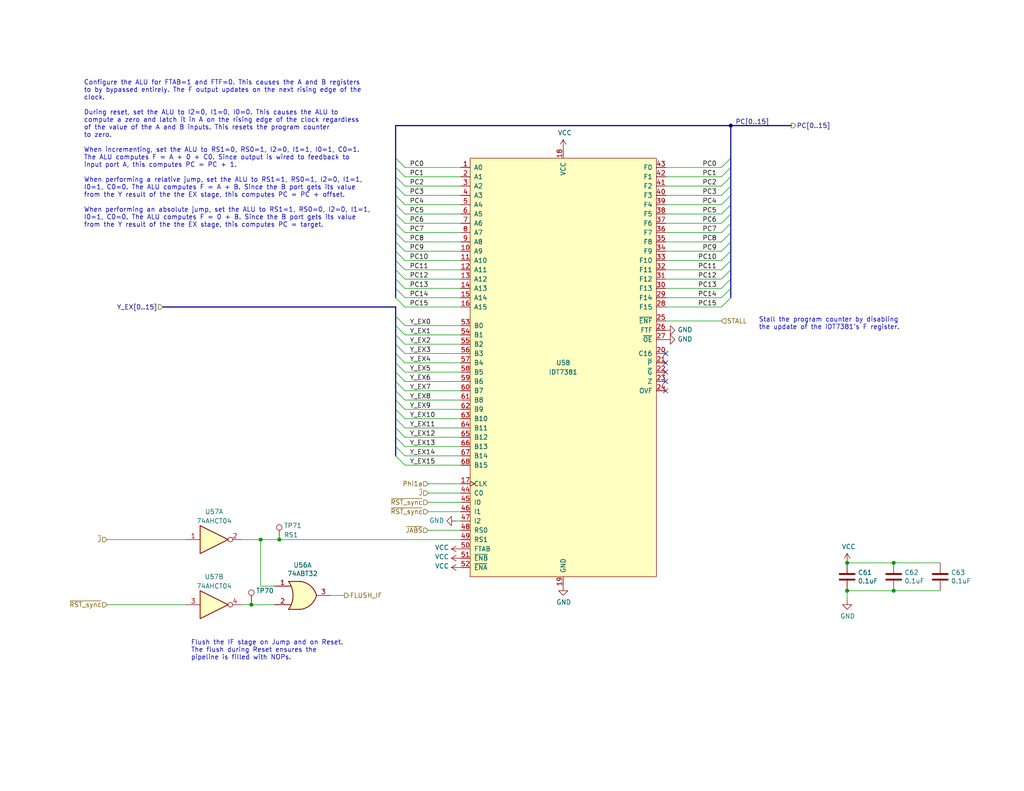
<source format=kicad_sch>
(kicad_sch (version 20230121) (generator eeschema)
  (paper "USLetter")
  (title_block (title "Program Counter") (date "2023-10-22") (rev "C") (comment 3 "sixteen-bit offset, or else reset to zero.") (comment 4 "Sixteen-bit program counter will either increment on the clock, add a specified"))
  (lib_symbols
    (symbol "74xx:74LS04"
      (property "Reference" "U" (at 0 1.27 0))
      (property "Value" "74LS04" (at 0 -1.27 0))
      (symbol "74LS04_1_0"
        (polyline (pts (xy -3.81 3.81) (xy -3.81 -3.81) (xy 3.81 0) (xy -3.81 3.81)) (stroke (width 0.254)) (fill (type background)))
        (pin input line (at -7.62 0 0) (length 3.81) (name "~") (number "1"))
        (pin output inverted (at 7.62 0 180) (length 3.81) (name "~") (number "2"))
      )
      (symbol "74LS04_2_0"
        (polyline (pts (xy -3.81 3.81) (xy -3.81 -3.81) (xy 3.81 0) (xy -3.81 3.81)) (stroke (width 0.254)) (fill (type background)))
        (pin input line (at -7.62 0 0) (length 3.81) (name "~") (number "3"))
        (pin output inverted (at 7.62 0 180) (length 3.81) (name "~") (number "4"))
      )
      (symbol "74LS04_3_0"
        (polyline (pts (xy -3.81 3.81) (xy -3.81 -3.81) (xy 3.81 0) (xy -3.81 3.81)) (stroke (width 0.254)) (fill (type background)))
        (pin input line (at -7.62 0 0) (length 3.81) (name "~") (number "5"))
        (pin output inverted (at 7.62 0 180) (length 3.81) (name "~") (number "6"))
      )
      (symbol "74LS04_4_0"
        (polyline (pts (xy -3.81 3.81) (xy -3.81 -3.81) (xy 3.81 0) (xy -3.81 3.81)) (stroke (width 0.254)) (fill (type background)))
        (pin output inverted (at 7.62 0 180) (length 3.81) (name "~") (number "8"))
        (pin input line (at -7.62 0 0) (length 3.81) (name "~") (number "9"))
      )
      (symbol "74LS04_5_0"
        (polyline (pts (xy -3.81 3.81) (xy -3.81 -3.81) (xy 3.81 0) (xy -3.81 3.81)) (stroke (width 0.254)) (fill (type background)))
        (pin output inverted (at 7.62 0 180) (length 3.81) (name "~") (number "10"))
        (pin input line (at -7.62 0 0) (length 3.81) (name "~") (number "11"))
      )
      (symbol "74LS04_6_0"
        (polyline (pts (xy -3.81 3.81) (xy -3.81 -3.81) (xy 3.81 0) (xy -3.81 3.81)) (stroke (width 0.254)) (fill (type background)))
        (pin output inverted (at 7.62 0 180) (length 3.81) (name "~") (number "12"))
        (pin input line (at -7.62 0 0) (length 3.81) (name "~") (number "13"))
      )
      (symbol "74LS04_7_0"
        (pin power_in line (at 0 12.7 270) (length 5.08) (name "VCC") (number "14"))
        (pin power_in line (at 0 -12.7 90) (length 5.08) (name "GND") (number "7"))
      )
      (symbol "74LS04_7_1"
        (rectangle (start -5.08 7.62) (end 5.08 -7.62) (stroke (width 0.254)) (fill (type background)))
      )
    )
    (symbol "74xx:74LS32" (pin_names (offset 1.016))
      (property "Reference" "U" (at 0 1.27 0))
      (property "Value" "74LS32" (at 0 -1.27 0))
      (symbol "74LS32_1_1"
        (arc (start -3.81 -3.81) (mid -2.589 0) (end -3.81 3.81) (stroke (width 0.254)))
        (arc (start -0.6096 -3.81) (mid 2.1842 -2.5851) (end 3.81 0) (stroke (width 0.254)) (fill (type background)))
        (polyline (pts (xy -3.81 -3.81) (xy -0.635 -3.81)) (stroke (width 0.254)) (fill (type background)))
        (polyline (pts (xy -3.81 3.81) (xy -0.635 3.81)) (stroke (width 0.254)) (fill (type background)))
        (polyline (pts (xy -0.635 3.81) (xy -3.81 3.81) (xy -3.81 3.81) (xy -3.556 3.4036) (xy -3.0226 2.2606) (xy -2.6924 1.0414) (xy -2.6162 -0.254) (xy -2.7686 -1.4986) (xy -3.175 -2.7178) (xy -3.81 -3.81) (xy -3.81 -3.81) (xy -0.635 -3.81)) (stroke (width -25.4)) (fill (type background)))
        (arc (start 3.81 0) (mid 2.1915 2.5936) (end -0.6096 3.81) (stroke (width 0.254)) (fill (type background)))
        (pin input line (at -7.62 2.54 0) (length 4.318) (name "~") (number "1"))
        (pin input line (at -7.62 -2.54 0) (length 4.318) (name "~") (number "2"))
        (pin output line (at 7.62 0 180) (length 3.81) (name "~") (number "3"))
      )
      (symbol "74LS32_1_2"
        (arc (start 0 -3.81) (mid 3.7934 0) (end 0 3.81) (stroke (width 0.254)) (fill (type background)))
        (polyline (pts (xy 0 3.81) (xy -3.81 3.81) (xy -3.81 -3.81) (xy 0 -3.81)) (stroke (width 0.254)) (fill (type background)))
        (pin input inverted (at -7.62 2.54 0) (length 3.81) (name "~") (number "1"))
        (pin input inverted (at -7.62 -2.54 0) (length 3.81) (name "~") (number "2"))
        (pin output inverted (at 7.62 0 180) (length 3.81) (name "~") (number "3"))
      )
      (symbol "74LS32_2_1"
        (arc (start -3.81 -3.81) (mid -2.589 0) (end -3.81 3.81) (stroke (width 0.254)))
        (arc (start -0.6096 -3.81) (mid 2.1842 -2.5851) (end 3.81 0) (stroke (width 0.254)) (fill (type background)))
        (polyline (pts (xy -3.81 -3.81) (xy -0.635 -3.81)) (stroke (width 0.254)) (fill (type background)))
        (polyline (pts (xy -3.81 3.81) (xy -0.635 3.81)) (stroke (width 0.254)) (fill (type background)))
        (polyline (pts (xy -0.635 3.81) (xy -3.81 3.81) (xy -3.81 3.81) (xy -3.556 3.4036) (xy -3.0226 2.2606) (xy -2.6924 1.0414) (xy -2.6162 -0.254) (xy -2.7686 -1.4986) (xy -3.175 -2.7178) (xy -3.81 -3.81) (xy -3.81 -3.81) (xy -0.635 -3.81)) (stroke (width -25.4)) (fill (type background)))
        (arc (start 3.81 0) (mid 2.1915 2.5936) (end -0.6096 3.81) (stroke (width 0.254)) (fill (type background)))
        (pin input line (at -7.62 2.54 0) (length 4.318) (name "~") (number "4"))
        (pin input line (at -7.62 -2.54 0) (length 4.318) (name "~") (number "5"))
        (pin output line (at 7.62 0 180) (length 3.81) (name "~") (number "6"))
      )
      (symbol "74LS32_2_2"
        (arc (start 0 -3.81) (mid 3.7934 0) (end 0 3.81) (stroke (width 0.254)) (fill (type background)))
        (polyline (pts (xy 0 3.81) (xy -3.81 3.81) (xy -3.81 -3.81) (xy 0 -3.81)) (stroke (width 0.254)) (fill (type background)))
        (pin input inverted (at -7.62 2.54 0) (length 3.81) (name "~") (number "4"))
        (pin input inverted (at -7.62 -2.54 0) (length 3.81) (name "~") (number "5"))
        (pin output inverted (at 7.62 0 180) (length 3.81) (name "~") (number "6"))
      )
      (symbol "74LS32_3_1"
        (arc (start -3.81 -3.81) (mid -2.589 0) (end -3.81 3.81) (stroke (width 0.254)))
        (arc (start -0.6096 -3.81) (mid 2.1842 -2.5851) (end 3.81 0) (stroke (width 0.254)) (fill (type background)))
        (polyline (pts (xy -3.81 -3.81) (xy -0.635 -3.81)) (stroke (width 0.254)) (fill (type background)))
        (polyline (pts (xy -3.81 3.81) (xy -0.635 3.81)) (stroke (width 0.254)) (fill (type background)))
        (polyline (pts (xy -0.635 3.81) (xy -3.81 3.81) (xy -3.81 3.81) (xy -3.556 3.4036) (xy -3.0226 2.2606) (xy -2.6924 1.0414) (xy -2.6162 -0.254) (xy -2.7686 -1.4986) (xy -3.175 -2.7178) (xy -3.81 -3.81) (xy -3.81 -3.81) (xy -0.635 -3.81)) (stroke (width -25.4)) (fill (type background)))
        (arc (start 3.81 0) (mid 2.1915 2.5936) (end -0.6096 3.81) (stroke (width 0.254)) (fill (type background)))
        (pin input line (at -7.62 -2.54 0) (length 4.318) (name "~") (number "10"))
        (pin output line (at 7.62 0 180) (length 3.81) (name "~") (number "8"))
        (pin input line (at -7.62 2.54 0) (length 4.318) (name "~") (number "9"))
      )
      (symbol "74LS32_3_2"
        (arc (start 0 -3.81) (mid 3.7934 0) (end 0 3.81) (stroke (width 0.254)) (fill (type background)))
        (polyline (pts (xy 0 3.81) (xy -3.81 3.81) (xy -3.81 -3.81) (xy 0 -3.81)) (stroke (width 0.254)) (fill (type background)))
        (pin input inverted (at -7.62 -2.54 0) (length 3.81) (name "~") (number "10"))
        (pin output inverted (at 7.62 0 180) (length 3.81) (name "~") (number "8"))
        (pin input inverted (at -7.62 2.54 0) (length 3.81) (name "~") (number "9"))
      )
      (symbol "74LS32_4_1"
        (arc (start -3.81 -3.81) (mid -2.589 0) (end -3.81 3.81) (stroke (width 0.254)))
        (arc (start -0.6096 -3.81) (mid 2.1842 -2.5851) (end 3.81 0) (stroke (width 0.254)) (fill (type background)))
        (polyline (pts (xy -3.81 -3.81) (xy -0.635 -3.81)) (stroke (width 0.254)) (fill (type background)))
        (polyline (pts (xy -3.81 3.81) (xy -0.635 3.81)) (stroke (width 0.254)) (fill (type background)))
        (polyline (pts (xy -0.635 3.81) (xy -3.81 3.81) (xy -3.81 3.81) (xy -3.556 3.4036) (xy -3.0226 2.2606) (xy -2.6924 1.0414) (xy -2.6162 -0.254) (xy -2.7686 -1.4986) (xy -3.175 -2.7178) (xy -3.81 -3.81) (xy -3.81 -3.81) (xy -0.635 -3.81)) (stroke (width -25.4)) (fill (type background)))
        (arc (start 3.81 0) (mid 2.1915 2.5936) (end -0.6096 3.81) (stroke (width 0.254)) (fill (type background)))
        (pin output line (at 7.62 0 180) (length 3.81) (name "~") (number "11"))
        (pin input line (at -7.62 2.54 0) (length 4.318) (name "~") (number "12"))
        (pin input line (at -7.62 -2.54 0) (length 4.318) (name "~") (number "13"))
      )
      (symbol "74LS32_4_2"
        (arc (start 0 -3.81) (mid 3.7934 0) (end 0 3.81) (stroke (width 0.254)) (fill (type background)))
        (polyline (pts (xy 0 3.81) (xy -3.81 3.81) (xy -3.81 -3.81) (xy 0 -3.81)) (stroke (width 0.254)) (fill (type background)))
        (pin output inverted (at 7.62 0 180) (length 3.81) (name "~") (number "11"))
        (pin input inverted (at -7.62 2.54 0) (length 3.81) (name "~") (number "12"))
        (pin input inverted (at -7.62 -2.54 0) (length 3.81) (name "~") (number "13"))
      )
      (symbol "74LS32_5_0"
        (pin power_in line (at 0 12.7 270) (length 5.08) (name "VCC") (number "14"))
        (pin power_in line (at 0 -12.7 90) (length 5.08) (name "GND") (number "7"))
      )
      (symbol "74LS32_5_1"
        (rectangle (start -5.08 7.62) (end 5.08 -7.62) (stroke (width 0.254)) (fill (type background)))
      )
    )
    (symbol "Connector:TestPoint" (pin_numbers hide) (pin_names (offset 0.762) hide)
      (property "Reference" "TP" (at 0 6.858 0))
      (property "Value" "TestPoint" (at 0 5.08 0))
      (symbol "TestPoint_0_1"
        (circle (center 0 3.302) (radius 0.762))
      )
      (symbol "TestPoint_1_1"
        (pin passive line (at 0 0 90) (length 2.54) (name "1") (number "1"))
      )
    )
    (symbol "Device:C" (pin_numbers hide) (pin_names (offset 0.254))
      (property "Reference" "C" (at 0.635 2.54 0))
      (property "Value" "C" (at 0.635 -2.54 0))
      (symbol "C_0_1"
        (polyline (pts (xy -2.032 -0.762) (xy 2.032 -0.762)) (stroke (width 0.508)))
        (polyline (pts (xy -2.032 0.762) (xy 2.032 0.762)) (stroke (width 0.508)))
      )
      (symbol "C_1_1"
        (pin passive line (at 0 3.81 270) (length 2.794) (name "~") (number "1"))
        (pin passive line (at 0 -3.81 90) (length 2.794) (name "~") (number "2"))
      )
    )
    (symbol "PCIFModule-rescue:IDT7381-CPU" (pin_names (offset 1.016))
      (property "Reference" "U" (at 1.27 2.54 0))
      (property "Value" "IDT7381-CPU" (at 1.27 0 0))
      (symbol "IDT7381-CPU_0_1"
        (rectangle (start -25.4 57.15) (end 25.4 -57.15) (fill (type background)))
      )
      (symbol "IDT7381-CPU_1_1"
        (pin input line (at -27.94 54.61 0) (length 2.54) (name "A0") (number "1"))
        (pin input line (at -27.94 31.75 0) (length 2.54) (name "A9") (number "10"))
        (pin input line (at -27.94 29.21 0) (length 2.54) (name "A10") (number "11"))
        (pin input line (at -27.94 26.67 0) (length 2.54) (name "A11") (number "12"))
        (pin input line (at -27.94 24.13 0) (length 2.54) (name "A12") (number "13"))
        (pin input line (at -27.94 21.59 0) (length 2.54) (name "A13") (number "14"))
        (pin input line (at -27.94 19.05 0) (length 2.54) (name "A14") (number "15"))
        (pin input line (at -27.94 16.51 0) (length 2.54) (name "A15") (number "16"))
        (pin input clock (at -27.94 -31.75 0) (length 2.54) (name "CLK") (number "17"))
        (pin power_in line (at 0 59.69 270) (length 2.54) (name "VCC") (number "18"))
        (pin power_in line (at 0 -59.69 90) (length 2.54) (name "GND") (number "19"))
        (pin input line (at -27.94 52.07 0) (length 2.54) (name "A1") (number "2"))
        (pin output line (at 27.94 3.81 180) (length 2.54) (name "C16") (number "20"))
        (pin output line (at 27.94 1.27 180) (length 2.54) (name "~{P}") (number "21"))
        (pin output line (at 27.94 -1.27 180) (length 2.54) (name "~{G}") (number "22"))
        (pin output line (at 27.94 -3.81 180) (length 2.54) (name "Z") (number "23"))
        (pin output line (at 27.94 -6.35 180) (length 2.54) (name "OVF") (number "24"))
        (pin input line (at 27.94 12.7 180) (length 2.54) (name "~{ENF}") (number "25"))
        (pin input line (at 27.94 10.16 180) (length 2.54) (name "FTF") (number "26"))
        (pin input line (at 27.94 7.62 180) (length 2.54) (name "~{OE}") (number "27"))
        (pin tri_state line (at 27.94 16.51 180) (length 2.54) (name "F15") (number "28"))
        (pin tri_state line (at 27.94 19.05 180) (length 2.54) (name "F14") (number "29"))
        (pin input line (at -27.94 49.53 0) (length 2.54) (name "A2") (number "3"))
        (pin tri_state line (at 27.94 21.59 180) (length 2.54) (name "F13") (number "30"))
        (pin tri_state line (at 27.94 24.13 180) (length 2.54) (name "F12") (number "31"))
        (pin tri_state line (at 27.94 26.67 180) (length 2.54) (name "F11") (number "32"))
        (pin tri_state line (at 27.94 29.21 180) (length 2.54) (name "F10") (number "33"))
        (pin tri_state line (at 27.94 31.75 180) (length 2.54) (name "F9") (number "34"))
        (pin tri_state line (at 27.94 34.29 180) (length 2.54) (name "F8") (number "35"))
        (pin tri_state line (at 27.94 36.83 180) (length 2.54) (name "F7") (number "36"))
        (pin tri_state line (at 27.94 39.37 180) (length 2.54) (name "F6") (number "37"))
        (pin tri_state line (at 27.94 41.91 180) (length 2.54) (name "F5") (number "38"))
        (pin tri_state line (at 27.94 44.45 180) (length 2.54) (name "F4") (number "39"))
        (pin input line (at -27.94 46.99 0) (length 2.54) (name "A3") (number "4"))
        (pin tri_state line (at 27.94 46.99 180) (length 2.54) (name "F3") (number "40"))
        (pin tri_state line (at 27.94 49.53 180) (length 2.54) (name "F2") (number "41"))
        (pin tri_state line (at 27.94 52.07 180) (length 2.54) (name "F1") (number "42"))
        (pin tri_state line (at 27.94 54.61 180) (length 2.54) (name "F0") (number "43"))
        (pin input line (at -27.94 -34.29 0) (length 2.54) (name "C0") (number "44"))
        (pin input line (at -27.94 -36.83 0) (length 2.54) (name "I0") (number "45"))
        (pin input line (at -27.94 -39.37 0) (length 2.54) (name "I1") (number "46"))
        (pin input line (at -27.94 -41.91 0) (length 2.54) (name "I2") (number "47"))
        (pin input line (at -27.94 -44.45 0) (length 2.54) (name "RS0") (number "48"))
        (pin input line (at -27.94 -46.99 0) (length 2.54) (name "RS1") (number "49"))
        (pin input line (at -27.94 44.45 0) (length 2.54) (name "A4") (number "5"))
        (pin input line (at -27.94 -49.53 0) (length 2.54) (name "FTAB") (number "50"))
        (pin input line (at -27.94 -52.07 0) (length 2.54) (name "~{ENB}") (number "51"))
        (pin input line (at -27.94 -54.61 0) (length 2.54) (name "~{ENA}") (number "52"))
        (pin input line (at -27.94 11.43 0) (length 2.54) (name "B0") (number "53"))
        (pin input line (at -27.94 8.89 0) (length 2.54) (name "B1") (number "54"))
        (pin input line (at -27.94 6.35 0) (length 2.54) (name "B2") (number "55"))
        (pin input line (at -27.94 3.81 0) (length 2.54) (name "B3") (number "56"))
        (pin input line (at -27.94 1.27 0) (length 2.54) (name "B4") (number "57"))
        (pin input line (at -27.94 -1.27 0) (length 2.54) (name "B5") (number "58"))
        (pin input line (at -27.94 -3.81 0) (length 2.54) (name "B6") (number "59"))
        (pin input line (at -27.94 41.91 0) (length 2.54) (name "A5") (number "6"))
        (pin input line (at -27.94 -6.35 0) (length 2.54) (name "B7") (number "60"))
        (pin input line (at -27.94 -8.89 0) (length 2.54) (name "B8") (number "61"))
        (pin input line (at -27.94 -11.43 0) (length 2.54) (name "B9") (number "62"))
        (pin input line (at -27.94 -13.97 0) (length 2.54) (name "B10") (number "63"))
        (pin input line (at -27.94 -16.51 0) (length 2.54) (name "B11") (number "64"))
        (pin input line (at -27.94 -19.05 0) (length 2.54) (name "B12") (number "65"))
        (pin input line (at -27.94 -21.59 0) (length 2.54) (name "B13") (number "66"))
        (pin input line (at -27.94 -24.13 0) (length 2.54) (name "B14") (number "67"))
        (pin input line (at -27.94 -26.67 0) (length 2.54) (name "B15") (number "68"))
        (pin input line (at -27.94 39.37 0) (length 2.54) (name "A6") (number "7"))
        (pin input line (at -27.94 36.83 0) (length 2.54) (name "A7") (number "8"))
        (pin input line (at -27.94 34.29 0) (length 2.54) (name "A8") (number "9"))
      )
    )
    (symbol "power:GND" (power) (pin_names (offset 0))
      (property "Value" "GND" (at 0 -3.81 0))
      (symbol "GND_0_1"
        (polyline (pts (xy 0 0) (xy 0 -1.27) (xy 1.27 -1.27) (xy 0 -2.54) (xy -1.27 -1.27) (xy 0 -1.27)))
      )
      (symbol "GND_1_1"
        (pin power_in line (at 0 0 270) (length 0) hide (name "GND") (number "1"))
      )
    )
    (symbol "power:VCC" (power) (pin_names (offset 0))
      (property "Value" "VCC" (at 0 3.81 0))
      (symbol "VCC_0_1"
        (polyline (pts (xy -0.762 1.27) (xy 0 2.54)))
        (polyline (pts (xy 0 0) (xy 0 2.54)))
        (polyline (pts (xy 0 2.54) (xy 0.762 1.27)))
      )
      (symbol "VCC_1_1"
        (pin power_in line (at 0 0 90) (length 0) hide (name "VCC") (number "1"))
      )
    )
  )
  (junction (at -53.34 147.32))
  (junction (at -29.21 157.48))
  (junction (at 231.14 161.29))
  (junction (at -53.34 152.4))
  (junction (at -53.34 133.35))
  (junction (at -53.34 162.56))
  (junction (at -53.34 167.64))
  (junction (at -29.21 143.51))
  (junction (at 243.84 161.29))
  (junction (at -29.21 129.54))
  (junction (at 199.39 34.29))
  (junction (at 231.14 153.67))
  (junction (at -29.21 171.45))
  (junction (at 71.12 147.32))
  (junction (at 76.2 147.32))
  (junction (at 243.84 153.67))
  (junction (at 68.58 165.1))
  (junction (at -53.34 138.43))
  (no_connect (at -13.97 129.54))
  (no_connect (at 181.61 104.14))
  (no_connect (at -13.97 143.51))
  (no_connect (at 181.61 101.6))
  (no_connect (at -35.56 165.1))
  (no_connect (at 181.61 106.68))
  (no_connect (at -35.56 135.89))
  (no_connect (at -13.97 157.48))
  (no_connect (at -35.56 149.86))
  (no_connect (at 181.61 96.52))
  (no_connect (at 181.61 99.06))
  (no_connect (at -13.97 171.45))
  (bus_entry (at 110.49 53.34) (size -2.54 -2.54))
  (bus_entry (at 110.49 91.44) (size -2.54 -2.54))
  (bus_entry (at 110.49 48.26) (size -2.54 -2.54))
  (bus_entry (at 110.49 76.2) (size -2.54 -2.54))
  (bus_entry (at 110.49 63.5) (size -2.54 -2.54))
  (bus_entry (at 110.49 73.66) (size -2.54 -2.54))
  (bus_entry (at 196.85 48.26) (size 2.54 -2.54))
  (bus_entry (at 110.49 99.06) (size -2.54 -2.54))
  (bus_entry (at 196.85 55.88) (size 2.54 -2.54))
  (bus_entry (at 196.85 73.66) (size 2.54 -2.54))
  (bus_entry (at 110.49 66.04) (size -2.54 -2.54))
  (bus_entry (at 110.49 96.52) (size -2.54 -2.54))
  (bus_entry (at 196.85 76.2) (size 2.54 -2.54))
  (bus_entry (at 110.49 55.88) (size -2.54 -2.54))
  (bus_entry (at 110.49 60.96) (size -2.54 -2.54))
  (bus_entry (at 196.85 71.12) (size 2.54 -2.54))
  (bus_entry (at 110.49 101.6) (size -2.54 -2.54))
  (bus_entry (at 110.49 119.38) (size -2.54 -2.54))
  (bus_entry (at 110.49 71.12) (size -2.54 -2.54))
  (bus_entry (at 110.49 114.3) (size -2.54 -2.54))
  (bus_entry (at 110.49 88.9) (size -2.54 -2.54))
  (bus_entry (at 196.85 81.28) (size 2.54 -2.54))
  (bus_entry (at 196.85 66.04) (size 2.54 -2.54))
  (bus_entry (at 196.85 68.58) (size 2.54 -2.54))
  (bus_entry (at 110.49 81.28) (size -2.54 -2.54))
  (bus_entry (at 110.49 127) (size -2.54 -2.54))
  (bus_entry (at 196.85 83.82) (size 2.54 -2.54))
  (bus_entry (at 110.49 45.72) (size -2.54 -2.54))
  (bus_entry (at 196.85 63.5) (size 2.54 -2.54))
  (bus_entry (at 110.49 83.82) (size -2.54 -2.54))
  (bus_entry (at 110.49 121.92) (size -2.54 -2.54))
  (bus_entry (at 110.49 78.74) (size -2.54 -2.54))
  (bus_entry (at 110.49 109.22) (size -2.54 -2.54))
  (bus_entry (at 196.85 50.8) (size 2.54 -2.54))
  (bus_entry (at 196.85 45.72) (size 2.54 -2.54))
  (bus_entry (at 110.49 111.76) (size -2.54 -2.54))
  (bus_entry (at 110.49 50.8) (size -2.54 -2.54))
  (bus_entry (at 110.49 124.46) (size -2.54 -2.54))
  (bus_entry (at 110.49 93.98) (size -2.54 -2.54))
  (bus_entry (at 196.85 53.34) (size 2.54 -2.54))
  (bus_entry (at 110.49 58.42) (size -2.54 -2.54))
  (bus_entry (at 196.85 60.96) (size 2.54 -2.54))
  (bus_entry (at 110.49 106.68) (size -2.54 -2.54))
  (bus_entry (at 110.49 68.58) (size -2.54 -2.54))
  (bus_entry (at 196.85 58.42) (size 2.54 -2.54))
  (bus_entry (at 196.85 78.74) (size 2.54 -2.54))
  (bus_entry (at 110.49 116.84) (size -2.54 -2.54))
  (bus_entry (at 110.49 104.14) (size -2.54 -2.54))
  (wire (pts (xy -53.34 118.11) (xy -53.34 133.35)))
  (wire (pts (xy 256.54 161.29) (xy 243.84 161.29)))
  (wire (pts (xy 68.58 165.1) (xy 74.93 165.1)))
  (wire (pts (xy 71.12 160.02) (xy 71.12 147.32)))
  (wire (pts (xy 110.49 58.42) (xy 125.73 58.42)))
  (bus (pts (xy 107.95 63.5) (xy 107.95 66.04)))
  (bus (pts (xy 107.95 119.38) (xy 107.95 121.92)))
  (bus (pts (xy 199.39 58.42) (xy 199.39 60.96)))
  (wire (pts (xy 110.49 106.68) (xy 125.73 106.68)))
  (wire (pts (xy 110.49 78.74) (xy 125.73 78.74)))
  (wire (pts (xy 110.49 114.3) (xy 125.73 114.3)))
  (wire (pts (xy 196.85 78.74) (xy 181.61 78.74)))
  (bus (pts (xy 107.95 104.14) (xy 107.95 106.68)))
  (bus (pts (xy 199.39 50.8) (xy 199.39 53.34)))
  (wire (pts (xy 66.04 147.32) (xy 71.12 147.32)))
  (wire (pts (xy -50.8 133.35) (xy -53.34 133.35)))
  (wire (pts (xy -50.8 138.43) (xy -53.34 138.43)))
  (bus (pts (xy 107.95 116.84) (xy 107.95 119.38)))
  (wire (pts (xy 196.85 73.66) (xy 181.61 73.66)))
  (wire (pts (xy 110.49 93.98) (xy 125.73 93.98)))
  (bus (pts (xy 199.39 34.29) (xy 199.39 43.18)))
  (bus (pts (xy 107.95 109.22) (xy 107.95 111.76)))
  (wire (pts (xy 110.49 91.44) (xy 125.73 91.44)))
  (wire (pts (xy 116.84 139.7) (xy 125.73 139.7)))
  (wire (pts (xy 196.85 83.82) (xy 181.61 83.82)))
  (wire (pts (xy -29.21 199.39) (xy -29.21 200.66)))
  (wire (pts (xy 196.85 76.2) (xy 181.61 76.2)))
  (bus (pts (xy 107.95 99.06) (xy 107.95 101.6)))
  (bus (pts (xy 107.95 43.18) (xy 107.95 45.72)))
  (wire (pts (xy -53.34 162.56) (xy -53.34 167.64)))
  (bus (pts (xy 107.95 83.82) (xy 44.45 83.82)))
  (wire (pts (xy -53.34 138.43) (xy -53.34 147.32)))
  (bus (pts (xy 107.95 73.66) (xy 107.95 76.2)))
  (bus (pts (xy 107.95 121.92) (xy 107.95 124.46)))
  (bus (pts (xy 107.95 88.9) (xy 107.95 91.44)))
  (bus (pts (xy 199.39 68.58) (xy 199.39 71.12)))
  (bus (pts (xy 199.39 73.66) (xy 199.39 76.2)))
  (wire (pts (xy 110.49 109.22) (xy 125.73 109.22)))
  (wire (pts (xy 110.49 88.9) (xy 125.73 88.9)))
  (wire (pts (xy -29.21 143.51) (xy -29.21 157.48)))
  (bus (pts (xy 107.95 93.98) (xy 107.95 96.52)))
  (bus (pts (xy 107.95 86.36) (xy 107.95 88.9)))
  (wire (pts (xy 71.12 147.32) (xy 76.2 147.32)))
  (wire (pts (xy 29.21 165.1) (xy 50.8 165.1)))
  (bus (pts (xy 107.95 58.42) (xy 107.95 60.96)))
  (wire (pts (xy 110.49 73.66) (xy 125.73 73.66)))
  (bus (pts (xy 107.95 55.88) (xy 107.95 58.42)))
  (bus (pts (xy 199.39 53.34) (xy 199.39 55.88)))
  (wire (pts (xy 196.85 53.34) (xy 181.61 53.34)))
  (bus (pts (xy 107.95 96.52) (xy 107.95 99.06)))
  (wire (pts (xy 110.49 83.82) (xy 125.73 83.82)))
  (bus (pts (xy 199.39 43.18) (xy 199.39 45.72)))
  (wire (pts (xy 231.14 163.83) (xy 231.14 161.29)))
  (bus (pts (xy 199.39 66.04) (xy 199.39 68.58)))
  (wire (pts (xy 196.85 45.72) (xy 181.61 45.72)))
  (wire (pts (xy 196.85 48.26) (xy 181.61 48.26)))
  (bus (pts (xy 199.39 60.96) (xy 199.39 63.5)))
  (bus (pts (xy 107.95 83.82) (xy 107.95 86.36)))
  (wire (pts (xy 196.85 63.5) (xy 181.61 63.5)))
  (wire (pts (xy -50.8 162.56) (xy -53.34 162.56)))
  (wire (pts (xy 110.49 45.72) (xy 125.73 45.72)))
  (bus (pts (xy 107.95 106.68) (xy 107.95 109.22)))
  (bus (pts (xy 107.95 111.76) (xy 107.95 114.3)))
  (bus (pts (xy 107.95 76.2) (xy 107.95 78.74)))
  (bus (pts (xy 107.95 91.44) (xy 107.95 93.98)))
  (bus (pts (xy 107.95 78.74) (xy 107.95 81.28)))
  (wire (pts (xy 110.49 50.8) (xy 125.73 50.8)))
  (bus (pts (xy 199.39 71.12) (xy 199.39 73.66)))
  (wire (pts (xy -50.8 152.4) (xy -53.34 152.4)))
  (wire (pts (xy 116.84 144.78) (xy 125.73 144.78)))
  (bus (pts (xy 107.95 34.29) (xy 107.95 43.18)))
  (wire (pts (xy 116.84 137.16) (xy 125.73 137.16)))
  (wire (pts (xy 110.49 53.34) (xy 125.73 53.34)))
  (wire (pts (xy 110.49 99.06) (xy 125.73 99.06)))
  (bus (pts (xy 199.39 48.26) (xy 199.39 50.8)))
  (wire (pts (xy 231.14 153.67) (xy 243.84 153.67)))
  (wire (pts (xy 110.49 104.14) (xy 125.73 104.14)))
  (bus (pts (xy 107.95 34.29) (xy 199.39 34.29)))
  (bus (pts (xy 199.39 55.88) (xy 199.39 58.42)))
  (wire (pts (xy 110.49 60.96) (xy 125.73 60.96)))
  (bus (pts (xy 107.95 48.26) (xy 107.95 50.8)))
  (bus (pts (xy 107.95 101.6) (xy 107.95 104.14)))
  (wire (pts (xy 110.49 116.84) (xy 125.73 116.84)))
  (wire (pts (xy -50.8 147.32) (xy -53.34 147.32)))
  (bus (pts (xy 107.95 66.04) (xy 107.95 68.58)))
  (wire (pts (xy -29.21 129.54) (xy -29.21 143.51)))
  (wire (pts (xy 110.49 96.52) (xy 125.73 96.52)))
  (wire (pts (xy -53.34 152.4) (xy -53.34 162.56)))
  (bus (pts (xy 107.95 45.72) (xy 107.95 48.26)))
  (bus (pts (xy 107.95 71.12) (xy 107.95 73.66)))
  (wire (pts (xy 110.49 71.12) (xy 125.73 71.12)))
  (wire (pts (xy 110.49 124.46) (xy 125.73 124.46)))
  (wire (pts (xy 66.04 165.1) (xy 68.58 165.1)))
  (bus (pts (xy 199.39 63.5) (xy 199.39 66.04)))
  (wire (pts (xy 196.85 60.96) (xy 181.61 60.96)))
  (wire (pts (xy 110.49 81.28) (xy 125.73 81.28)))
  (bus (pts (xy 199.39 76.2) (xy 199.39 78.74)))
  (wire (pts (xy 243.84 161.29) (xy 231.14 161.29)))
  (wire (pts (xy 196.85 68.58) (xy 181.61 68.58)))
  (bus (pts (xy 199.39 45.72) (xy 199.39 48.26)))
  (bus (pts (xy 107.95 60.96) (xy 107.95 63.5)))
  (bus (pts (xy 199.39 78.74) (xy 199.39 81.28)))
  (wire (pts (xy 110.49 121.92) (xy 125.73 121.92)))
  (wire (pts (xy 110.49 111.76) (xy 125.73 111.76)))
  (wire (pts (xy 196.85 81.28) (xy 181.61 81.28)))
  (bus (pts (xy 107.95 114.3) (xy 107.95 116.84)))
  (wire (pts (xy -29.21 157.48) (xy -29.21 171.45)))
  (wire (pts (xy 110.49 66.04) (xy 125.73 66.04)))
  (wire (pts (xy 93.98 162.56) (xy 90.17 162.56)))
  (wire (pts (xy 243.84 153.67) (xy 256.54 153.67)))
  (wire (pts (xy 196.85 50.8) (xy 181.61 50.8)))
  (wire (pts (xy 110.49 48.26) (xy 125.73 48.26)))
  (wire (pts (xy 110.49 76.2) (xy 125.73 76.2)))
  (wire (pts (xy 110.49 68.58) (xy 125.73 68.58)))
  (wire (pts (xy 181.61 87.63) (xy 196.85 87.63)))
  (wire (pts (xy -29.21 171.45) (xy -29.21 173.99)))
  (bus (pts (xy 107.95 68.58) (xy 107.95 71.12)))
  (wire (pts (xy -53.34 167.64) (xy -53.34 173.99)))
  (wire (pts (xy 110.49 119.38) (xy 125.73 119.38)))
  (bus (pts (xy 107.95 53.34) (xy 107.95 55.88)))
  (wire (pts (xy -53.34 147.32) (xy -53.34 152.4)))
  (bus (pts (xy 107.95 50.8) (xy 107.95 53.34)))
  (wire (pts (xy 196.85 71.12) (xy 181.61 71.12)))
  (wire (pts (xy 116.84 134.62) (xy 125.73 134.62)))
  (wire (pts (xy -29.21 118.11) (xy -29.21 129.54)))
  (wire (pts (xy 29.21 147.32) (xy 50.8 147.32)))
  (wire (pts (xy 110.49 101.6) (xy 125.73 101.6)))
  (wire (pts (xy 196.85 55.88) (xy 181.61 55.88)))
  (wire (pts (xy 76.2 147.32) (xy 125.73 147.32)))
  (bus (pts (xy 215.9 34.29) (xy 199.39 34.29)))
  (wire (pts (xy 125.73 142.24) (xy 124.46 142.24)))
  (wire (pts (xy 74.93 160.02) (xy 71.12 160.02)))
  (wire (pts (xy 116.84 132.08) (xy 125.73 132.08)))
  (wire (pts (xy -53.34 133.35) (xy -53.34 138.43)))
  (wire (pts (xy 110.49 127) (xy 125.73 127)))
  (wire (pts (xy -50.8 167.64) (xy -53.34 167.64)))
  (wire (pts (xy 110.49 55.88) (xy 125.73 55.88)))
  (wire (pts (xy 196.85 66.04) (xy 181.61 66.04)))
  (wire (pts (xy 110.49 63.5) (xy 125.73 63.5)))
  (wire (pts (xy 196.85 58.42) (xy 181.61 58.42)))
  (text "Stall the program counter by disabling\nthe update of the IDT7381’s F register." (at 207.01 90.17 0) (effects (font (size 1.27 1.27)) (justify left bottom)))
  (text "Flush the IF stage on Jump and on Reset.\nThe flush during Reset ensures the\npipeline is filled with NOPs." (at 52.07 180.34 0) (effects (font (size 1.27 1.27)) (justify left bottom)))
  (text "Configure the ALU for FTAB=1 and FTF=0. This causes the A and B registers\nto by bypassed entirely. The F output updates on the next rising edge of the\nclock.\n\nDuring reset, set the ALU to I2=0, I1=0, I0=0. This causes the ALU to\ncompute a zero and latch it in A on the rising edge of the clock regardless\nof the value of the A and B inputs. This resets the program counter\nto zero.\n\nWhen incrementing, set the ALU to RS1=0, RS0=1, I2=0, I1=1, I0=1, C0=1.\nThe ALU computes F = A + 0 + C0. Since output is wired to feedback to\ninput port A, this computes PC = PC + 1.\n\nWhen performing a relative jump, set the ALU to RS1=1, RS0=1, I2=0, I1=1,\nI0=1, C0=0. The ALU computes F = A + B. Since the B port gets its value\nfrom the Y result of the the EX stage, this computes PC = PC + offset.\n\nWhen performing an absolute jump, set the ALU to RS1=1, RS0=0, I2=0, I1=1,\nI0=1, C0=0. The ALU computes F = 0 + B. Since the B port gets its value\nfrom the Y result of the the EX stage, this computes PC = target." (at 22.86 62.23 0) (effects (font (size 1.27 1.27)) (justify left bottom)))
  (label "PC8" (at 111.76 66.04 0))
  (label "PC11" (at 111.76 73.66 0))
  (label "Y_EX9" (at 111.76 111.76 0))
  (label "PC3" (at 111.76 53.34 0))
  (label "Y_EX1" (at 111.76 91.44 0))
  (label "PC13" (at 111.76 78.74 0))
  (label "PC4" (at 111.76 55.88 0))
  (label "PC2" (at 195.58 50.8 180))
  (label "Y_EX6" (at 111.76 104.14 0))
  (label "Y_EX14" (at 111.76 124.46 0))
  (label "Y_EX13" (at 111.76 121.92 0))
  (label "PC9" (at 195.58 68.58 180))
  (label "Y_EX0" (at 111.76 88.9 0))
  (label "PC15" (at 195.58 83.82 180))
  (label "PC15" (at 111.76 83.82 0))
  (label "PC0" (at 111.76 45.72 0))
  (label "Y_EX3" (at 111.76 96.52 0))
  (label "PC5" (at 195.58 58.42 180))
  (label "PC11" (at 195.58 73.66 180))
  (label "Y_EX11" (at 111.76 116.84 0))
  (label "PC10" (at 195.58 71.12 180))
  (label "Y_EX7" (at 111.76 106.68 0))
  (label "Y_EX5" (at 111.76 101.6 0))
  (label "PC14" (at 111.76 81.28 0))
  (label "Y_EX2" (at 111.76 93.98 0))
  (label "PC12" (at 195.58 76.2 180))
  (label "PC10" (at 111.76 71.12 0))
  (label "PC8" (at 195.58 66.04 180))
  (label "PC6" (at 111.76 60.96 0))
  (label "PC6" (at 195.58 60.96 180))
  (label "PC2" (at 111.76 50.8 0))
  (label "PC9" (at 111.76 68.58 0))
  (label "PC4" (at 195.58 55.88 180))
  (label "Y_EX4" (at 111.76 99.06 0))
  (label "PC13" (at 195.58 78.74 180))
  (label "PC0" (at 195.58 45.72 180))
  (label "PC1" (at 195.58 48.26 180))
  (label "PC14" (at 195.58 81.28 180))
  (label "Y_EX12" (at 111.76 119.38 0))
  (label "Y_EX15" (at 111.76 127 0))
  (label "Y_EX10" (at 111.76 114.3 0))
  (label "PC7" (at 195.58 63.5 180))
  (label "PC3" (at 195.58 53.34 180))
  (label "PC5" (at 111.76 58.42 0))
  (label "PC[0..15]" (at 200.66 34.29 0))
  (label "PC7" (at 111.76 63.5 0))
  (label "Y_EX8" (at 111.76 109.22 0))
  (label "PC12" (at 111.76 76.2 0))
  (label "PC1" (at 111.76 48.26 0))
  (hierarchical_label "STALL" (shape input) (at 196.85 87.63 0))
  (hierarchical_label "~{JABS}" (shape input) (at 116.84 144.78 180))
  (hierarchical_label "PC[0..15]" (shape output) (at 215.9 34.29 0))
  (hierarchical_label "Phi1a" (shape input) (at 116.84 132.08 180))
  (hierarchical_label "~{RST_sync}" (shape input) (at 116.84 139.7 180))
  (hierarchical_label "Y_EX[0..15]" (shape input) (at 44.45 83.82 180))
  (hierarchical_label "~{J}" (shape input) (at 29.21 147.32 180))
  (hierarchical_label "~{J}" (shape input) (at 116.84 134.62 180))
  (hierarchical_label "~{RST_sync}" (shape input) (at 29.21 165.1 180))
  (hierarchical_label "~{RST_sync}" (shape input) (at 116.84 137.16 180))
  (hierarchical_label "FLUSH_IF" (shape output) (at 93.98 162.56 0))
  (symbol (lib_id "Device:C") (at 231.14 157.48 0) (unit 1)
    (property "Reference" "C61" (at 234.061 156.3116 0) (effects (justify left)))
    (property "Value" "0.1uF" (at 234.061 158.623 0) (effects (justify left)))
    (property "Footprint" "Capacitor_SMD:C_0603_1608Metric_Pad1.08x0.95mm_HandSolder" (effects hide))
    (property "Mouser" "https://www.mouser.com/ProductDetail/963-EMK107B7104KAHT" (effects hide))
  )
  (symbol (lib_id "Device:C") (at 243.84 157.48 0) (unit 1)
    (property "Reference" "C62" (at 246.761 156.3116 0) (effects (justify left)))
    (property "Value" "0.1uF" (at 246.761 158.623 0) (effects (justify left)))
    (property "Footprint" "Capacitor_SMD:C_0603_1608Metric_Pad1.08x0.95mm_HandSolder" (effects hide))
    (property "Mouser" "https://www.mouser.com/ProductDetail/963-EMK107B7104KAHT" (effects hide))
  )
  (symbol (lib_id "power:VCC") (at 231.14 153.67 0) (unit 1)
    (property "Reference" "#PWR0366" (effects hide))
    (property "Value" "VCC" (at 231.5718 149.2758 0))
  )
  (symbol (lib_id "power:GND") (at 231.14 163.83 0) (unit 1)
    (property "Reference" "#PWR0367" (effects hide))
    (property "Value" "GND" (at 231.267 168.2242 0))
  )
  (symbol (lib_id "PCIFModule-rescue:IDT7381-CPU") (at 153.67 100.33 0) (unit 1)
    (property "Reference" "U58" (at 153.67 99.06 0))
    (property "Value" "IDT7381" (at 153.67 101.6 0))
    (property "Footprint" "Package_LCC:PLCC-68_SMD-Socket" (effects hide))
    (property "Datasheet" "https://www.digchip.com/datasheets/download_datasheet.php?id=419696&part-number=IDT7381" (effects hide))
    (property "Mouser" "https://www.mouser.com/ProductDetail/3M-Electronic-Solutions-Division/8468-21B1-RK-TP?qs=WZRMhwwaLl%2FJN6Bcf7US3Q%3D%3D" (effects hide))
  )
  (symbol (lib_id "power:VCC") (at 153.67 40.64 0) (unit 1)
    (property "Reference" "#PWR0362" (effects hide))
    (property "Value" "VCC" (at 154.1018 36.2458 0))
  )
  (symbol (lib_id "power:GND") (at 153.67 160.02 0) (unit 1)
    (property "Reference" "#PWR0363" (effects hide))
    (property "Value" "GND" (at 153.797 164.4142 0))
  )
  (symbol (lib_id "power:GND") (at 181.61 92.71 90) (unit 1)
    (property "Reference" "#PWR0365" (effects hide))
    (property "Value" "GND" (at 184.8612 92.583 90) (effects (justify right)))
  )
  (symbol (lib_id "power:VCC") (at 125.73 149.86 90) (unit 1)
    (property "Reference" "#PWR0359" (effects hide))
    (property "Value" "VCC" (at 122.5042 149.479 90) (effects (justify left)))
  )
  (symbol (lib_id "power:VCC") (at 125.73 152.4 90) (unit 1)
    (property "Reference" "#PWR0360" (effects hide))
    (property "Value" "VCC" (at 122.5042 152.019 90) (effects (justify left)))
  )
  (symbol (lib_id "power:VCC") (at 125.73 154.94 90) (unit 1)
    (property "Reference" "#PWR0361" (effects hide))
    (property "Value" "VCC" (at 122.5042 154.559 90) (effects (justify left)))
  )
  (symbol (lib_id "power:GND") (at 181.61 90.17 90) (unit 1)
    (property "Reference" "#PWR0364" (effects hide))
    (property "Value" "GND" (at 184.8612 90.043 90) (effects (justify right)))
  )
  (symbol (lib_id "74xx:74LS04") (at -29.21 186.69 0) (unit 7)
    (property "Reference" "U57" (at -29.21 185.42 0))
    (property "Value" "74AHCT04" (at -29.21 187.96 0))
    (property "Footprint" "Package_SO:TSSOP-14_4.4x5mm_P0.65mm" (effects hide))
    (property "Datasheet" "http://www.ti.com/lit/gpn/sn74LS04" (effects hide))
    (property "Mouser" "https://www.mouser.com/ProductDetail/771-AHCT04PW112" (effects hide))
  )
  (symbol (lib_id "power:VCC") (at -29.21 118.11 0) (unit 1)
    (property "Reference" "#PWR0356" (effects hide))
    (property "Value" "VCC" (at -28.7782 113.7158 0))
  )
  (symbol (lib_id "power:GND") (at -29.21 200.66 0) (mirror y) (unit 1)
    (property "Reference" "#PWR0357" (effects hide))
    (property "Value" "GND" (at -29.337 205.0542 0))
  )
  (symbol (lib_id "74xx:74LS04") (at 58.42 165.1 0) (unit 2)
    (property "Reference" "U57" (at 58.42 157.48 0))
    (property "Value" "74AHCT04" (at 58.42 160.02 0))
    (property "Footprint" "Package_SO:TSSOP-14_4.4x5mm_P0.65mm" (effects hide))
    (property "Datasheet" "http://www.ti.com/lit/gpn/sn74LS04" (effects hide))
    (property "Mouser" "https://www.mouser.com/ProductDetail/771-AHCT04PW112" (effects hide))
  )
  (symbol (lib_id "74xx:74LS04") (at -21.59 129.54 0) (unit 3)
    (property "Reference" "U57" (at -21.59 121.92 0))
    (property "Value" "74AHCT04" (at -21.59 124.46 0))
    (property "Footprint" "Package_SO:TSSOP-14_4.4x5mm_P0.65mm" (effects hide))
    (property "Datasheet" "http://www.ti.com/lit/gpn/sn74LS04" (effects hide))
    (property "Mouser" "https://www.mouser.com/ProductDetail/771-AHCT04PW112" (effects hide))
  )
  (symbol (lib_id "74xx:74LS04") (at -21.59 143.51 0) (unit 4)
    (property "Reference" "U57" (at -21.59 135.89 0))
    (property "Value" "74AHCT04" (at -21.59 138.43 0))
    (property "Footprint" "Package_SO:TSSOP-14_4.4x5mm_P0.65mm" (effects hide))
    (property "Datasheet" "http://www.ti.com/lit/gpn/sn74LS04" (effects hide))
    (property "Mouser" "https://www.mouser.com/ProductDetail/771-AHCT04PW112" (effects hide))
  )
  (symbol (lib_id "74xx:74LS04") (at -21.59 157.48 0) (unit 5)
    (property "Reference" "U57" (at -21.59 149.86 0))
    (property "Value" "74AHCT04" (at -21.59 152.4 0))
    (property "Footprint" "Package_SO:TSSOP-14_4.4x5mm_P0.65mm" (effects hide))
    (property "Datasheet" "http://www.ti.com/lit/gpn/sn74LS04" (effects hide))
    (property "Mouser" "https://www.mouser.com/ProductDetail/771-AHCT04PW112" (effects hide))
  )
  (symbol (lib_id "74xx:74LS04") (at 58.42 147.32 0) (unit 1)
    (property "Reference" "U57" (at 58.42 139.7 0))
    (property "Value" "74AHCT04" (at 58.42 142.24 0))
    (property "Footprint" "Package_SO:TSSOP-14_4.4x5mm_P0.65mm" (effects hide))
    (property "Datasheet" "http://www.ti.com/lit/gpn/sn74LS04" (effects hide))
    (property "Mouser" "https://www.mouser.com/ProductDetail/771-AHCT04PW112" (effects hide))
  )
  (symbol (lib_id "74xx:74LS04") (at -21.59 171.45 0) (unit 6)
    (property "Reference" "U57" (at -21.59 163.83 0))
    (property "Value" "74AHCT04" (at -21.59 166.37 0))
    (property "Footprint" "Package_SO:TSSOP-14_4.4x5mm_P0.65mm" (effects hide))
    (property "Datasheet" "http://www.ti.com/lit/gpn/sn74LS04" (effects hide))
    (property "Mouser" "https://www.mouser.com/ProductDetail/771-AHCT04PW112" (effects hide))
  )
  (symbol (lib_id "power:GND") (at 124.46 142.24 270) (mirror x) (unit 1)
    (property "Reference" "#PWR0358" (effects hide))
    (property "Value" "GND" (at 121.2088 142.113 90) (effects (justify right)))
  )
  (symbol (lib_id "power:VCC") (at -53.34 118.11 0) (unit 1)
    (property "Reference" "#PWR0354" (effects hide))
    (property "Value" "VCC" (at -52.9082 113.7158 0))
  )
  (symbol (lib_id "power:GND") (at -53.34 199.39 0) (unit 1)
    (property "Reference" "#PWR0355" (effects hide))
    (property "Value" "GND" (at -53.213 203.7842 0))
  )
  (symbol (lib_id "74xx:74LS32") (at -43.18 149.86 0) (unit 3)
    (property "Reference" "U56" (at -43.18 141.605 0))
    (property "Value" "74ABT32" (at -43.18 143.9164 0))
    (property "Footprint" "Package_SO:TSSOP-14_4.4x5mm_P0.65mm" (effects hide))
    (property "Datasheet" "http://www.ti.com/lit/gpn/sn74LS32" (effects hide))
    (property "Mouser" "https://www.mouser.com/ProductDetail/Nexperia/74ABT32PW118?qs=P62ublwmbi%2FkuIVV181WGQ%3D%3D" (effects hide))
  )
  (symbol (lib_id "74xx:74LS32") (at -43.18 165.1 0) (unit 4)
    (property "Reference" "U56" (at -43.18 156.845 0))
    (property "Value" "74ABT32" (at -43.18 159.1564 0))
    (property "Footprint" "Package_SO:TSSOP-14_4.4x5mm_P0.65mm" (effects hide))
    (property "Datasheet" "http://www.ti.com/lit/gpn/sn74LS32" (effects hide))
    (property "Mouser" "https://www.mouser.com/ProductDetail/Nexperia/74ABT32PW118?qs=P62ublwmbi%2FkuIVV181WGQ%3D%3D" (effects hide))
  )
  (symbol (lib_id "74xx:74LS32") (at -53.34 186.69 0) (unit 5)
    (property "Reference" "U56" (at -47.498 185.5216 0) (effects (justify left)))
    (property "Value" "74ABT32" (at -47.498 187.833 0) (effects (justify left)))
    (property "Footprint" "Package_SO:TSSOP-14_4.4x5mm_P0.65mm" (effects hide))
    (property "Datasheet" "http://www.ti.com/lit/gpn/sn74LS32" (effects hide))
    (property "Mouser" "https://www.mouser.com/ProductDetail/Nexperia/74ABT32PW118?qs=P62ublwmbi%2FkuIVV181WGQ%3D%3D" (effects hide))
  )
  (symbol (lib_id "74xx:74LS32") (at -43.18 135.89 0) (unit 2)
    (property "Reference" "U56" (at -43.18 127.635 0))
    (property "Value" "74ABT32" (at -43.18 129.9464 0))
    (property "Footprint" "Package_SO:TSSOP-14_4.4x5mm_P0.65mm" (effects hide))
    (property "Datasheet" "http://www.ti.com/lit/gpn/sn74LS32" (effects hide))
    (property "Mouser" "https://www.mouser.com/ProductDetail/Nexperia/74ABT32PW118?qs=P62ublwmbi%2FkuIVV181WGQ%3D%3D" (effects hide))
  )
  (symbol (lib_id "74xx:74LS32") (at 82.55 162.56 0) (unit 1)
    (property "Reference" "U56" (at 82.55 154.305 0))
    (property "Value" "74ABT32" (at 82.55 156.6164 0))
    (property "Footprint" "Package_SO:TSSOP-14_4.4x5mm_P0.65mm" (effects hide))
    (property "Datasheet" "http://www.ti.com/lit/gpn/sn74LS32" (effects hide))
    (property "Mouser" "https://www.mouser.com/ProductDetail/Nexperia/74ABT32PW118?qs=P62ublwmbi%2FkuIVV181WGQ%3D%3D" (effects hide))
  )
  (symbol (lib_id "Device:C") (at 256.54 157.48 0) (unit 1)
    (property "Reference" "C63" (at 259.461 156.3116 0) (effects (justify left)))
    (property "Value" "0.1uF" (at 259.461 158.623 0) (effects (justify left)))
    (property "Footprint" "Capacitor_SMD:C_0603_1608Metric_Pad1.08x0.95mm_HandSolder" (effects hide))
    (property "Mouser" "https://www.mouser.com/ProductDetail/963-EMK107B7104KAHT" (effects hide))
  )
  (symbol (lib_id "Connector:TestPoint") (at 76.2 147.32 0) (unit 1)
    (property "Reference" "TP71" (at 77.47 143.51 0) (effects (justify left)))
    (property "Value" "RS1" (at 77.47 146.05 0) (effects (justify left)))
    (property "Footprint" "TestPoint:TestPoint_Pad_D1.0mm" (effects hide))
  )
  (symbol (lib_id "Connector:TestPoint") (at 68.58 165.1 0) (unit 1)
    (property "Reference" "TP70" (at 69.85 161.29 0) (effects (justify left)))
    (property "Value" "TP" (effects hide))
    (property "Footprint" "TestPoint:TestPoint_Pad_D1.0mm" (effects hide))
  )
)
</source>
